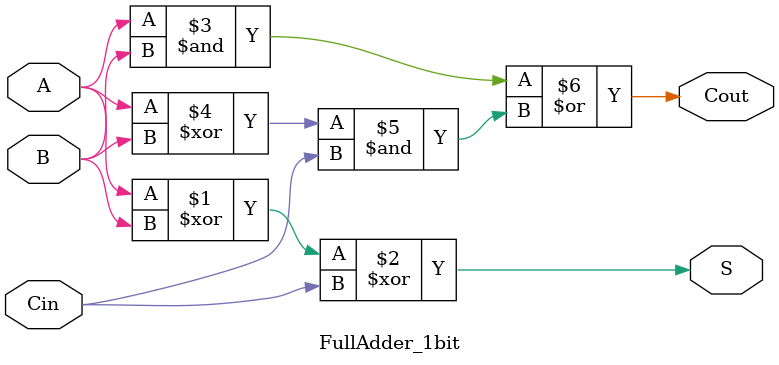
<source format=sv>
module FullAdder_1bit(
	input logic A,
	input logic B,
	input logic Cin,
	output logic S,
	output logic Cout
);
	assign S = A ^ B ^ Cin;
	assign Cout = (A & B) | ((A ^ B) & Cin);
	

endmodule 
</source>
